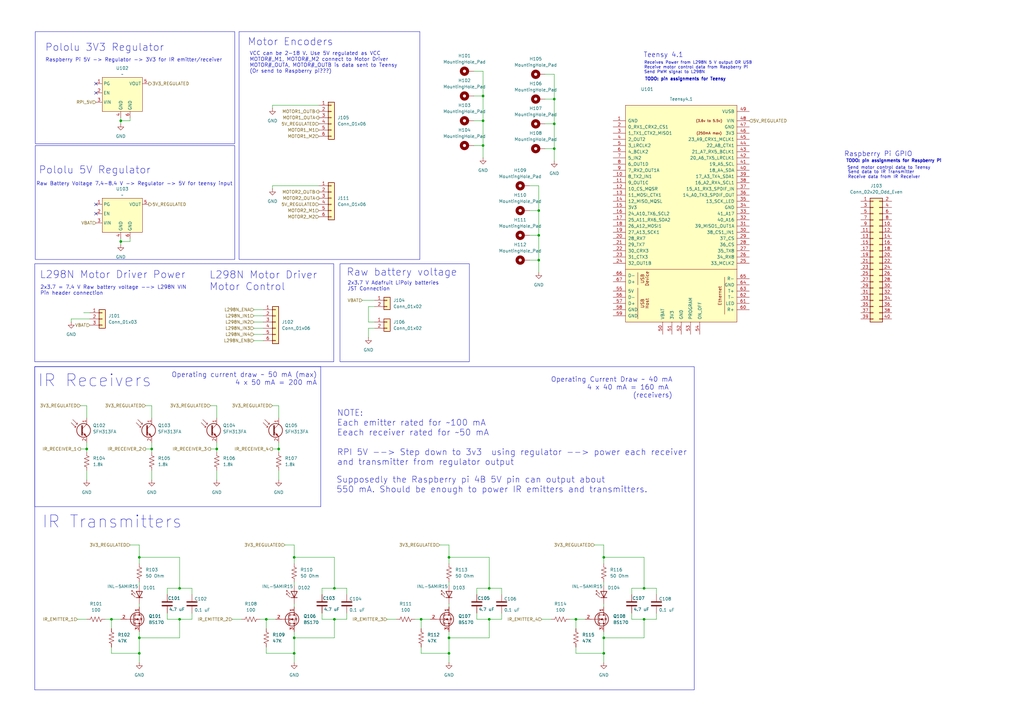
<source format=kicad_sch>
(kicad_sch (version 20231120) (generator "eeschema") (generator_version "8.0")
  (paper "A3")
  (junction (at 137.16 241.3))
  (junction (at 45.72 254))
  (junction (at 49.53 49.53))
  (junction (at 264.16 241.3))
  (junction (at 120.65 261.62))
  (junction (at 49.53 99.06))
  (junction (at 227.33 40.64))
  (junction (at 198.12 59.69))
  (junction (at 220.98 106.68))
  (junction (at 57.15 267.97))
  (junction (at 184.15 267.97))
  (junction (at 200.66 241.3))
  (junction (at 62.23 184.15))
  (junction (at 264.16 254))
  (junction (at 247.65 267.97))
  (junction (at 200.66 254))
  (junction (at 198.12 49.53))
  (junction (at 227.33 60.96))
  (junction (at 57.15 261.62))
  (junction (at 120.65 267.97))
  (junction (at 247.65 228.6))
  (junction (at 109.22 254))
  (junction (at 198.12 39.37))
  (junction (at 73.66 241.3))
  (junction (at 184.15 228.6))
  (junction (at 184.15 261.62))
  (junction (at 236.22 254))
  (junction (at 247.65 261.62))
  (junction (at 88.9 184.15))
  (junction (at 73.66 254))
  (junction (at 114.3 184.15))
  (junction (at 57.15 228.6))
  (junction (at 137.16 254))
  (junction (at 220.98 86.36))
  (junction (at 120.65 228.6))
  (junction (at 227.33 50.8))
  (junction (at 220.98 96.52))
  (junction (at 35.56 184.15))
  (junction (at 172.72 254))
  (no_connect (at 39.37 34.29))
  (no_connect (at 39.37 38.1))
  (no_connect (at 39.37 83.82))
  (no_connect (at 39.37 87.63))
  (wire (pts (xy 57.15 247.65) (xy 57.15 248.92)))
  (polyline (pts (xy 14.224 150.368) (xy 14.224 207.772)))
  (wire (pts (xy 236.22 254) (xy 240.03 254)))
  (wire (pts (xy 49.53 100.33) (xy 49.53 99.06)))
  (wire (pts (xy 78.74 254) (xy 73.66 254)))
  (wire (pts (xy 200.66 241.3) (xy 200.66 228.6)))
  (wire (pts (xy 57.15 223.52) (xy 57.15 228.6)))
  (wire (pts (xy 264.16 228.6) (xy 247.65 228.6)))
  (wire (pts (xy 172.72 254) (xy 176.53 254)))
  (wire (pts (xy 151.13 132.08) (xy 153.67 132.08)))
  (wire (pts (xy 184.15 247.65) (xy 184.15 248.92)))
  (wire (pts (xy 35.56 166.37) (xy 35.56 171.45)))
  (wire (pts (xy 114.3 166.37) (xy 114.3 171.45)))
  (wire (pts (xy 59.69 184.15) (xy 62.23 184.15)))
  (wire (pts (xy 142.24 241.3) (xy 142.24 243.84)))
  (wire (pts (xy 198.12 59.69) (xy 198.12 64.77)))
  (wire (pts (xy 120.65 238.76) (xy 120.65 240.03)))
  (wire (pts (xy 220.98 106.68) (xy 220.98 111.76)))
  (wire (pts (xy 184.15 259.08) (xy 184.15 261.62)))
  (wire (pts (xy 137.16 241.3) (xy 137.16 228.6)))
  (wire (pts (xy 73.66 241.3) (xy 78.74 241.3)))
  (wire (pts (xy 194.31 59.69) (xy 198.12 59.69)))
  (wire (pts (xy 86.36 166.37) (xy 88.9 166.37)))
  (wire (pts (xy 137.16 254) (xy 137.16 261.62)))
  (wire (pts (xy 88.9 196.85) (xy 88.9 193.04)))
  (wire (pts (xy 200.66 261.62) (xy 184.15 261.62)))
  (wire (pts (xy 200.66 228.6) (xy 184.15 228.6)))
  (wire (pts (xy 111.76 184.15) (xy 114.3 184.15)))
  (wire (pts (xy 62.23 181.61) (xy 62.23 184.15)))
  (wire (pts (xy 111.76 166.37) (xy 114.3 166.37)))
  (wire (pts (xy 220.98 76.2) (xy 220.98 86.36)))
  (wire (pts (xy 114.3 196.85) (xy 114.3 193.04)))
  (wire (pts (xy 184.15 223.52) (xy 184.15 228.6)))
  (wire (pts (xy 53.34 97.79) (xy 53.34 99.06)))
  (wire (pts (xy 107.95 132.08) (xy 104.14 132.08)))
  (wire (pts (xy 35.56 254) (xy 31.75 254)))
  (wire (pts (xy 35.56 181.61) (xy 35.56 184.15)))
  (wire (pts (xy 217.17 86.36) (xy 220.98 86.36)))
  (wire (pts (xy 137.16 254) (xy 132.08 254)))
  (wire (pts (xy 53.34 223.52) (xy 57.15 223.52)))
  (wire (pts (xy 259.08 254) (xy 259.08 251.46)))
  (wire (pts (xy 172.72 267.97) (xy 184.15 267.97)))
  (wire (pts (xy 45.72 254) (xy 49.53 254)))
  (wire (pts (xy 264.16 241.3) (xy 264.16 228.6)))
  (wire (pts (xy 184.15 228.6) (xy 184.15 231.14)))
  (wire (pts (xy 148.59 123.19) (xy 153.67 123.19)))
  (wire (pts (xy 34.29 128.27) (xy 36.83 128.27)))
  (wire (pts (xy 53.34 48.26) (xy 53.34 49.53)))
  (wire (pts (xy 114.3 181.61) (xy 114.3 184.15)))
  (wire (pts (xy 116.84 223.52) (xy 120.65 223.52)))
  (wire (pts (xy 223.52 50.8) (xy 227.33 50.8)))
  (polyline (pts (xy 131.572 150.368) (xy 131.572 207.772)))
  (wire (pts (xy 59.69 166.37) (xy 62.23 166.37)))
  (wire (pts (xy 194.31 49.53) (xy 198.12 49.53)))
  (wire (pts (xy 57.15 228.6) (xy 57.15 231.14)))
  (wire (pts (xy 45.72 267.97) (xy 57.15 267.97)))
  (wire (pts (xy 68.58 241.3) (xy 73.66 241.3)))
  (wire (pts (xy 57.15 238.76) (xy 57.15 240.03)))
  (wire (pts (xy 109.22 254) (xy 113.03 254)))
  (wire (pts (xy 29.21 130.81) (xy 36.83 130.81)))
  (wire (pts (xy 107.95 127) (xy 104.14 127)))
  (wire (pts (xy 29.21 132.08) (xy 29.21 130.81)))
  (wire (pts (xy 217.17 76.2) (xy 220.98 76.2)))
  (wire (pts (xy 200.66 254) (xy 195.58 254)))
  (wire (pts (xy 198.12 49.53) (xy 198.12 59.69)))
  (wire (pts (xy 73.66 254) (xy 73.66 261.62)))
  (wire (pts (xy 217.17 106.68) (xy 220.98 106.68)))
  (wire (pts (xy 184.15 261.62) (xy 184.15 267.97)))
  (wire (pts (xy 194.31 29.21) (xy 198.12 29.21)))
  (wire (pts (xy 137.16 241.3) (xy 142.24 241.3)))
  (wire (pts (xy 99.06 254) (xy 95.25 254)))
  (wire (pts (xy 78.74 251.46) (xy 78.74 254)))
  (wire (pts (xy 73.66 241.3) (xy 73.66 228.6)))
  (wire (pts (xy 247.65 261.62) (xy 247.65 267.97)))
  (wire (pts (xy 53.34 49.53) (xy 49.53 49.53)))
  (wire (pts (xy 205.74 241.3) (xy 205.74 243.84)))
  (wire (pts (xy 49.53 50.8) (xy 49.53 49.53)))
  (wire (pts (xy 243.84 223.52) (xy 247.65 223.52)))
  (wire (pts (xy 264.16 254) (xy 264.16 261.62)))
  (wire (pts (xy 57.15 261.62) (xy 57.15 267.97)))
  (wire (pts (xy 49.53 48.26) (xy 49.53 49.53)))
  (wire (pts (xy 198.12 39.37) (xy 198.12 49.53)))
  (wire (pts (xy 194.31 39.37) (xy 198.12 39.37)))
  (wire (pts (xy 35.56 184.15) (xy 35.56 185.42)))
  (wire (pts (xy 162.56 254) (xy 158.75 254)))
  (wire (pts (xy 78.74 241.3) (xy 78.74 243.84)))
  (wire (pts (xy 269.24 254) (xy 264.16 254)))
  (wire (pts (xy 53.34 99.06) (xy 49.53 99.06)))
  (wire (pts (xy 114.3 184.15) (xy 114.3 185.42)))
  (wire (pts (xy 62.23 196.85) (xy 62.23 193.04)))
  (wire (pts (xy 259.08 241.3) (xy 264.16 241.3)))
  (wire (pts (xy 107.95 134.62) (xy 104.14 134.62)))
  (wire (pts (xy 111.76 44.45) (xy 111.76 43.18)))
  (wire (pts (xy 88.9 166.37) (xy 88.9 171.45)))
  (wire (pts (xy 200.66 254) (xy 200.66 261.62)))
  (wire (pts (xy 195.58 241.3) (xy 200.66 241.3)))
  (wire (pts (xy 109.22 257.81) (xy 109.22 254)))
  (wire (pts (xy 184.15 267.97) (xy 184.15 271.78)))
  (wire (pts (xy 247.65 267.97) (xy 247.65 271.78)))
  (wire (pts (xy 172.72 257.81) (xy 172.72 254)))
  (wire (pts (xy 68.58 243.84) (xy 68.58 241.3)))
  (wire (pts (xy 227.33 30.48) (xy 227.33 40.64)))
  (wire (pts (xy 68.58 254) (xy 68.58 251.46)))
  (wire (pts (xy 217.17 96.52) (xy 220.98 96.52)))
  (wire (pts (xy 120.65 228.6) (xy 120.65 231.14)))
  (wire (pts (xy 233.68 254) (xy 236.22 254)))
  (wire (pts (xy 151.13 125.73) (xy 151.13 132.08)))
  (wire (pts (xy 45.72 257.81) (xy 45.72 254)))
  (wire (pts (xy 223.52 40.64) (xy 227.33 40.64)))
  (wire (pts (xy 107.95 137.16) (xy 104.14 137.16)))
  (wire (pts (xy 269.24 251.46) (xy 269.24 254)))
  (wire (pts (xy 62.23 166.37) (xy 62.23 171.45)))
  (wire (pts (xy 33.02 184.15) (xy 35.56 184.15)))
  (wire (pts (xy 107.95 129.54) (xy 104.14 129.54)))
  (wire (pts (xy 226.06 254) (xy 222.25 254)))
  (wire (pts (xy 170.18 254) (xy 172.72 254)))
  (wire (pts (xy 247.65 247.65) (xy 247.65 248.92)))
  (wire (pts (xy 107.95 139.7) (xy 104.14 139.7)))
  (wire (pts (xy 73.66 261.62) (xy 57.15 261.62)))
  (wire (pts (xy 132.08 243.84) (xy 132.08 241.3)))
  (wire (pts (xy 111.76 43.18) (xy 130.81 43.18)))
  (wire (pts (xy 120.65 267.97) (xy 120.65 271.78)))
  (wire (pts (xy 184.15 238.76) (xy 184.15 240.03)))
  (wire (pts (xy 137.16 228.6) (xy 120.65 228.6)))
  (wire (pts (xy 227.33 60.96) (xy 227.33 66.04)))
  (wire (pts (xy 142.24 251.46) (xy 142.24 254)))
  (wire (pts (xy 247.65 223.52) (xy 247.65 228.6)))
  (wire (pts (xy 73.66 228.6) (xy 57.15 228.6)))
  (wire (pts (xy 62.23 184.15) (xy 62.23 185.42)))
  (wire (pts (xy 86.36 184.15) (xy 88.9 184.15)))
  (wire (pts (xy 120.65 223.52) (xy 120.65 228.6)))
  (wire (pts (xy 227.33 40.64) (xy 227.33 50.8)))
  (wire (pts (xy 33.02 166.37) (xy 35.56 166.37)))
  (wire (pts (xy 151.13 134.62) (xy 153.67 134.62)))
  (wire (pts (xy 35.56 196.85) (xy 35.56 193.04)))
  (wire (pts (xy 45.72 265.43) (xy 45.72 267.97)))
  (wire (pts (xy 198.12 29.21) (xy 198.12 39.37)))
  (wire (pts (xy 236.22 257.81) (xy 236.22 254)))
  (wire (pts (xy 120.65 247.65) (xy 120.65 248.92)))
  (wire (pts (xy 43.18 254) (xy 45.72 254)))
  (wire (pts (xy 223.52 60.96) (xy 227.33 60.96)))
  (wire (pts (xy 57.15 267.97) (xy 57.15 271.78)))
  (wire (pts (xy 73.66 254) (xy 68.58 254)))
  (wire (pts (xy 88.9 184.15) (xy 88.9 185.42)))
  (wire (pts (xy 151.13 125.73) (xy 153.67 125.73)))
  (wire (pts (xy 227.33 50.8) (xy 227.33 60.96)))
  (wire (pts (xy 195.58 243.84) (xy 195.58 241.3)))
  (wire (pts (xy 247.65 238.76) (xy 247.65 240.03)))
  (wire (pts (xy 106.68 254) (xy 109.22 254)))
  (wire (pts (xy 205.74 254) (xy 200.66 254)))
  (wire (pts (xy 151.13 138.43) (xy 151.13 134.62)))
  (wire (pts (xy 109.22 267.97) (xy 120.65 267.97)))
  (wire (pts (xy 264.16 254) (xy 259.08 254)))
  (wire (pts (xy 120.65 261.62) (xy 120.65 267.97)))
  (wire (pts (xy 109.22 265.43) (xy 109.22 267.97)))
  (wire (pts (xy 172.72 265.43) (xy 172.72 267.97)))
  (wire (pts (xy 236.22 267.97) (xy 247.65 267.97)))
  (wire (pts (xy 49.53 97.79) (xy 49.53 99.06)))
  (wire (pts (xy 111.76 76.2) (xy 130.81 76.2)))
  (wire (pts (xy 111.76 77.47) (xy 111.76 76.2)))
  (wire (pts (xy 57.15 259.08) (xy 57.15 261.62)))
  (wire (pts (xy 132.08 254) (xy 132.08 251.46)))
  (wire (pts (xy 247.65 259.08) (xy 247.65 261.62)))
  (wire (pts (xy 195.58 254) (xy 195.58 251.46)))
  (wire (pts (xy 223.52 30.48) (xy 227.33 30.48)))
  (wire (pts (xy 259.08 243.84) (xy 259.08 241.3)))
  (wire (pts (xy 220.98 86.36) (xy 220.98 96.52)))
  (wire (pts (xy 264.16 241.3) (xy 269.24 241.3)))
  (polyline (pts (xy 131.572 207.772) (xy 14.224 207.772)))
  (wire (pts (xy 269.24 241.3) (xy 269.24 243.84)))
  (wire (pts (xy 236.22 265.43) (xy 236.22 267.97)))
  (wire (pts (xy 137.16 261.62) (xy 120.65 261.62)))
  (wire (pts (xy 220.98 96.52) (xy 220.98 106.68)))
  (wire (pts (xy 200.66 241.3) (xy 205.74 241.3)))
  (wire (pts (xy 180.34 223.52) (xy 184.15 223.52)))
  (wire (pts (xy 88.9 181.61) (xy 88.9 184.15)))
  (wire (pts (xy 247.65 228.6) (xy 247.65 231.14)))
  (wire (pts (xy 142.24 254) (xy 137.16 254)))
  (wire (pts (xy 132.08 241.3) (xy 137.16 241.3)))
  (polyline (pts (xy 14.224 150.368) (xy 131.572 150.368)))
  (wire (pts (xy 205.74 251.46) (xy 205.74 254)))
  (wire (pts (xy 264.16 261.62) (xy 247.65 261.62)))
  (wire (pts (xy 120.65 259.08) (xy 120.65 261.62)))
  (rectangle (start 14.478 12.954) (end 96.266 58.928))
  (rectangle (start 139.446 108.204) (end 192.532 148.336))
  (rectangle (start 14.224 108.204) (end 136.906 148.336))
  (rectangle (start 14.224 150.368) (end 284.734 282.956))
  (rectangle (start 14.478 59.69) (end 96.266 106.426))
  (rectangle (start 98.044 12.954) (end 172.212 106.426))
  (text "2x3.7 V Adafruit LiPoly batteries\nJST Connection" (at 142.494 117.348 0) (effects (font (size 1.5 1.5)) (justify left)))
  (text "Operating Current Draw ~ 40 mA\n4 x 40 mA = 160 mA \n(receivers)" (at 275.844 159.004 0) (effects (font (size 2 2)) (justify right)))
  (text "2x3.7 = 7.4 V Raw battery voltage --> L298N VIN\nPin header connection" (at 16.51 119.126 0) (effects (font (size 1.5 1.5)) (justify left)))
  (text "L298N Motor Driver\nMotor Control" (at 85.852 115.316 0) (effects (font (size 3 3)) (justify left)))
  (text "IR Receivers" (at 38.862 156.21 0) (effects (font (size 5 5))))
  (text "Pololu 5V Regulator" (at 38.862 69.85 0) (effects (font (size 3 3))))
  (text "TODO: pin assignments for Raspberry Pi" (at 346.964 66.04 0) (effects (font (size 1.27 1.27) (thickness 0.254) (bold yes)) (justify left)))
  (text "Operating current draw ~ 50 mA (max)\n4 x 50 mA = 200 mA" (at 130.048 155.448 0) (effects (font (size 2 2)) (justify right)))
  (text "Pololu 3V3 Regulator" (at 42.926 19.558 0) (effects (font (size 3 3))))
  (text "Motor Encoders" (at 119.126 17.272 0) (effects (font (size 3 3))))
  (text "Raw Battery Voltage 7.4-8.4 V -> Regulator -> 5V for teensy input" (at 55.118 75.438 0) (effects (font (size 1.5 1.5))))
  (text "IR Transmitters" (at 45.974 214.122 0) (effects (font (size 5 5))))
  (text "Raw battery voltage" (at 164.846 111.76 0) (effects (font (size 3 3))))
  (text "Send motor control data to Teensy" (at 347.472 68.834 0) (effects (font (size 1.27 1.27)) (justify left)))
  (text "Receive data from IR Receiver" (at 347.726 72.644 0) (effects (font (size 1.27 1.27)) (justify left)))
  (text "NOTE:\nEach emitter rated for ~100 mA \nEeach receiver rated for ~50 mA\n\nRPI 5V --> Step down to 3v3  using regulator --> power each receiver\nand transmitter from regulator output" (at 138.176 179.578 0) (effects (font (size 2.5 2.5)) (justify left)))
  (text "TODO: pin assignments for Teensy" (at 264.414 32.512 0) (effects (font (size 1.27 1.27) (thickness 0.254) (bold yes)) (justify left)))
  (text "Receives Power from L298N 5 V output OR USB\nReceive motor control data from Raspberry Pi\nSend PWM signal to L298N \n" (at 264.16 27.686 0) (effects (font (size 1.2 1.2)) (justify left)))
  (text "Raspberry Pi 5V -> Regulator -> 3V3 for IR emitter/receiver" (at 54.864 24.638 0) (effects (font (size 1.5 1.5))))
  (text "Teensy 4.1\n" (at 263.906 22.606 0) (effects (font (size 2 2)) (justify left)))
  (text "Send data to IR Transmitter\n" (at 347.726 70.612 0) (effects (font (size 1.27 1.27)) (justify left)))
  (text "VCC can be 2-18 V. Use 5V regulated as VCC\nMOTOR#_M1, MOTOR#_M2 connect to Motor Driver\nMOTOR#_OUTA, MOTOR#_OUTB is data sent to Teensy \n(Or send to Raspberry pi???)" (at 102.362 25.654 0) (effects (font (size 1.5 1.5)) (justify left)))
  (text "Raspberry Pi GPIO" (at 346.202 63.246 0) (effects (font (size 2 2)) (justify left)))
  (text "Supposedly the Raspberry pi 4B 5V pin can output about\n550 mA. Should be enough to power IR emitters and transmitters." (at 137.922 198.882 0) (effects (font (size 2.5 2.5)) (justify left)))
  (text "L298N Motor Driver Power" (at 16.256 112.776 0) (effects (font (size 3 3)) (justify left)))
  (hierarchical_label "3V3_REGULATED" (shape input) (at 116.84 223.52 180))
  (hierarchical_label "3V3_REGULATED" (shape input) (at 53.34 223.52 180))
  (hierarchical_label "MOTOR1_M1" (shape input) (at 130.81 53.34 180))
  (hierarchical_label "3V3_REGULATED" (shape input) (at 86.36 166.37 180))
  (hierarchical_label "VBAT" (shape input) (at 36.83 133.35 180))
  (hierarchical_label "RPI_5V" (shape input) (at 39.37 41.91 180))
  (hierarchical_label "3V3_REGULATED" (shape input) (at 243.84 223.52 180))
  (hierarchical_label "3V3_REGULATED" (shape output) (at 60.96 34.29 0))
  (hierarchical_label "IR_RECEIVER_4" (shape output) (at 111.76 184.15 180))
  (hierarchical_label "L298N_IN4" (shape input) (at 104.14 137.16 180))
  (hierarchical_label "MOTOR1_M2" (shape input) (at 130.81 55.88 180))
  (hierarchical_label "IR_RECEIVER_1" (shape output) (at 33.02 184.15 180))
  (hierarchical_label "VBAT" (shape input) (at 148.59 123.19 180))
  (hierarchical_label "5V_REGULATED" (shape input) (at 130.81 50.8 180))
  (hierarchical_label "3V3_REGULATED" (shape input) (at 180.34 223.52 180))
  (hierarchical_label "3V3_REGULATED" (shape input) (at 59.69 166.37 180))
  (hierarchical_label "3V3_REGULATED" (shape input) (at 33.02 166.37 180))
  (hierarchical_label "L298N_ENB" (shape input) (at 104.14 139.7 180))
  (hierarchical_label "5V_REGULATED" (shape input) (at 130.81 83.82 180))
  (hierarchical_label "L298N_IN2" (shape input) (at 104.14 132.08 180))
  (hierarchical_label "MOTOR1_OUTB" (shape output) (at 130.81 45.72 180))
  (hierarchical_label "IR_EMITTER_4" (shape input) (at 222.25 254 180))
  (hierarchical_label "MOTOR2_OUTA" (shape output) (at 130.81 81.28 180))
  (hierarchical_label "IR_EMITTER_1" (shape input) (at 31.75 254 180))
  (hierarchical_label "L298N_IN3" (shape input) (at 104.14 134.62 180))
  (hierarchical_label "5V_REGULATED" (shape output) (at 60.96 83.82 0))
  (hierarchical_label "MOTOR2_OUTB" (shape output) (at 130.81 78.74 180))
  (hierarchical_label "IR_RECEIVER_2" (shape output) (at 59.69 184.15 180))
  (hierarchical_label "MOTOR2_M2" (shape input) (at 130.81 88.9 180))
  (hierarchical_label "3V3_REGULATED" (shape input) (at 111.76 166.37 180))
  (hierarchical_label "IR_EMITTER_3" (shape input) (at 158.75 254 180))
  (hierarchical_label "IR_RECEIVER_3" (shape output) (at 86.36 184.15 180))
  (hierarchical_label "L298N_ENA" (shape input) (at 104.14 127 180))
  (hierarchical_label "MOTOR2_M1" (shape input) (at 130.81 86.36 180))
  (hierarchical_label "MOTOR1_OUTA" (shape output) (at 130.81 48.26 180))
  (hierarchical_label "L298N_IN1" (shape input) (at 104.14 129.54 180))
  (hierarchical_label "VBAT" (shape input) (at 39.37 91.44 180))
  (hierarchical_label "IR_EMITTER_2" (shape input) (at 95.25 254 180))
  (hierarchical_label "5V_REGULATED" (shape input) (at 307.34 49.53 0))
  (symbol (lib_id "Mechanical:MountingHole_Pad") (at 191.77 49.53 90) (unit 1) (exclude_from_sim yes) (in_bom no)
    (property "Reference" "H103" (at 190.5 43.18 90))
    (property "Value" "MountingHole_Pad" (at 190.5 45.72 90))
    (property "Footprint" "MountingHole:MountingHole_2.2mm_M2_DIN965_Pad" (effects (hide yes)))
    (property "Description" "Mounting Hole with connection" (effects (hide yes)))
  )
  (symbol (lib_id "Regulator_Pololu_D24V22FX:D24V22FX") (at 44.45 81.28 0) (unit 1)
    (property "Reference" "U103" (at 50.165 77.47 0))
    (property "Value" "~" (at 50.165 80.01 0))
    (property "Footprint" "Regulator_Pololu_D24V22FX:D24V22FX" (effects (hide yes)))
  )
  (symbol (lib_id "power:GND") (at 114.3 196.85 0) (unit 1)
    (property "Reference" "#PWR0107" (effects (hide yes)))
    (property "Value" "GND" (at 114.3 201.93 0))
    (property "Description" "Power symbol creates a global label with name \"GND\" , ground" (effects (hide yes)))
  )
  (symbol (lib_id "Device:C") (at 68.58 247.65 0) (unit 1)
    (property "Reference" "C101" (at 68.834 245.364 0) (effects (justify left)))
    (property "Value" "4.7 uF" (at 69.342 249.936 0) (effects (justify left)))
    (property "Footprint" "Capacitor_SMD:C_0805_2012Metric" (effects (hide yes)))
    (property "Description" "Unpolarized capacitor" (effects (hide yes)))
  )
  (symbol (lib_id "Sensor_Optical:SFH300") (at 111.76 176.53 0) (unit 1)
    (property "Reference" "Q105" (at 116.84 174.5106 0) (effects (justify left)))
    (property "Value" "SFH313FA" (at 116.84 177.0506 0) (effects (justify left)))
    (property "Footprint" "LED_THT:LED_D5.0mm_Clear" (effects (hide yes)))
    (property "Datasheet" "http://www.osram-os.com/Graphics/XPic2/00101785_0.pdf" (effects (hide yes)))
    (property "Description" "silicon NPN phototransistor" (effects (hide yes)))
  )
  (symbol (lib_id "Sensor_Optical:SFH300") (at 59.69 176.53 0) (unit 1)
    (property "Reference" "Q103" (at 64.77 174.5106 0) (effects (justify left)))
    (property "Value" "SFH313FA" (at 64.77 177.0506 0) (effects (justify left)))
    (property "Footprint" "LED_THT:LED_D5.0mm_Clear" (effects (hide yes)))
    (property "Datasheet" "http://www.osram-os.com/Graphics/XPic2/00101785_0.pdf" (effects (hide yes)))
    (property "Description" "silicon NPN phototransistor" (effects (hide yes)))
  )
  (symbol (lib_id "power:GND") (at 49.53 100.33 0) (unit 1)
    (property "Reference" "#PWR0112" (effects (hide yes)))
    (property "Value" "GND" (at 49.53 105.41 0))
    (property "Description" "Power symbol creates a global label with name \"GND\" , ground" (effects (hide yes)))
  )
  (symbol (lib_id "power:GND") (at 35.56 196.85 0) (unit 1)
    (property "Reference" "#PWR0104" (effects (hide yes)))
    (property "Value" "GND" (at 35.56 201.93 0))
    (property "Description" "Power symbol creates a global label with name \"GND\" , ground" (effects (hide yes)))
  )
  (symbol (lib_id "Transistor_FET:BS170") (at 118.11 254 0) (unit 1)
    (property "Reference" "Q106" (at 124.46 252.7299 0) (effects (justify left)))
    (property "Value" "BS170" (at 124.46 255.2699 0) (effects (justify left)))
    (property "Footprint" "Package_TO_SOT_THT:TO-92_Inline" (effects (hide yes)))
    (property "Datasheet" "https://www.onsemi.com/pub/Collateral/BS170-D.PDF" (effects (hide yes)))
    (property "Description" "0.5A Id, 60V Vds, N-Channel MOSFET, TO-92" (effects (hide yes)))
  )
  (symbol (lib_id "Mechanical:MountingHole_Pad") (at 214.63 76.2 90) (unit 1) (exclude_from_sim yes) (in_bom no)
    (property "Reference" "H109" (at 213.36 69.85 90))
    (property "Value" "MountingHole_Pad" (at 213.36 72.39 90))
    (property "Footprint" "MountingHole:MountingHole_3.2mm_M3_DIN965_Pad" (effects (hide yes)))
    (property "Description" "Mounting Hole with connection" (effects (hide yes)))
  )
  (symbol (lib_id "power:GND") (at 247.65 271.78 0) (unit 1)
    (property "Reference" "#PWR0110" (effects (hide yes)))
    (property "Value" "GND" (at 247.65 276.86 0))
    (property "Description" "Power symbol creates a global label with name \"GND\" , ground" (effects (hide yes)))
  )
  (symbol (lib_id "Device:R_US") (at 166.37 254 270) (unit 1)
    (property "Reference" "R111" (at 166.37 247.65 90))
    (property "Value" "100" (at 166.37 250.19 90))
    (property "Footprint" "Resistor_SMD:R_0805_2012Metric" (effects (hide yes)))
    (property "Description" "Resistor, US symbol" (effects (hide yes)))
  )
  (symbol (lib_id "Mechanical:MountingHole_Pad") (at 191.77 59.69 90) (unit 1) (exclude_from_sim yes) (in_bom no)
    (property "Reference" "H104" (at 190.5 53.34 90))
    (property "Value" "MountingHole_Pad" (at 190.5 55.88 90))
    (property "Footprint" "MountingHole:MountingHole_2.2mm_M2_DIN965_Pad" (effects (hide yes)))
    (property "Description" "Mounting Hole with connection" (effects (hide yes)))
  )
  (symbol (lib_id "power:GND") (at 198.12 64.77 0) (unit 1)
    (property "Reference" "#PWR0117" (effects (hide yes)))
    (property "Value" "GND" (at 198.12 69.85 0))
    (property "Description" "Power symbol creates a global label with name \"GND\" , ground" (effects (hide yes)))
  )
  (symbol (lib_id "Mechanical:MountingHole_Pad") (at 214.63 86.36 90) (unit 1) (exclude_from_sim yes) (in_bom no)
    (property "Reference" "H110" (at 213.36 80.01 90))
    (property "Value" "MountingHole_Pad" (at 213.36 82.55 90))
    (property "Footprint" "MountingHole:MountingHole_3.2mm_M3_DIN965_Pad" (effects (hide yes)))
    (property "Description" "Mounting Hole with connection" (effects (hide yes)))
  )
  (symbol (lib_id "Mechanical:MountingHole_Pad") (at 191.77 39.37 90) (unit 1) (exclude_from_sim yes) (in_bom no)
    (property "Reference" "H102" (at 190.5 33.02 90))
    (property "Value" "MountingHole_Pad" (at 190.5 35.56 90))
    (property "Footprint" "MountingHole:MountingHole_2.2mm_M2_DIN965_Pad" (effects (hide yes)))
    (property "Description" "Mounting Hole with connection" (effects (hide yes)))
  )
  (symbol (lib_id "Device:C") (at 259.08 247.65 0) (unit 1)
    (property "Reference" "C107" (at 259.334 245.364 0) (effects (justify left)))
    (property "Value" "4.7 uF" (at 259.842 249.936 0) (effects (justify left)))
    (property "Footprint" "Capacitor_SMD:C_0805_2012Metric" (effects (hide yes)))
    (property "Description" "Unpolarized capacitor" (effects (hide yes)))
  )
  (symbol (lib_id "Device:R_US") (at 62.23 189.23 0) (unit 1)
    (property "Reference" "R105" (at 64.77 187.9599 0) (effects (justify left)))
    (property "Value" "1.8k" (at 64.77 190.4999 0) (effects (justify left)))
    (property "Footprint" "Resistor_SMD:R_0805_2012Metric" (effects (hide yes)))
    (property "Description" "Resistor, US symbol" (effects (hide yes)))
  )
  (symbol (lib_id "Device:R_US") (at 247.65 234.95 0) (unit 1)
    (property "Reference" "R116" (at 250.19 233.6799 0) (effects (justify left)))
    (property "Value" "50 Ohm" (at 250.19 236.2199 0) (effects (justify left)))
    (property "Footprint" "Resistor_SMD:R_0805_2012Metric" (effects (hide yes)))
    (property "Description" "Resistor, US symbol" (effects (hide yes)))
  )
  (symbol (lib_id "power:GND") (at 111.76 44.45 0) (unit 1)
    (property "Reference" "#PWR0115" (effects (hide yes)))
    (property "Value" "GND" (at 111.76 49.53 0))
    (property "Description" "Power symbol creates a global label with name \"GND\" , ground" (effects (hide yes)))
  )
  (symbol (lib_id "Device:R_US") (at 109.22 261.62 0) (unit 1)
    (property "Reference" "R109" (at 111.76 260.3499 0) (effects (justify left)))
    (property "Value" "47K" (at 111.76 262.8899 0) (effects (justify left)))
    (property "Footprint" "Resistor_SMD:R_0805_2012Metric" (effects (hide yes)))
    (property "Description" "Resistor, US symbol" (effects (hide yes)))
  )
  (symbol (lib_id "Sensor_Optical:SFH300") (at 86.36 176.53 0) (unit 1)
    (property "Reference" "Q104" (at 91.44 174.5106 0) (effects (justify left)))
    (property "Value" "SFH313FA" (at 91.44 177.0506 0) (effects (justify left)))
    (property "Footprint" "LED_THT:LED_D5.0mm_Clear" (effects (hide yes)))
    (property "Datasheet" "http://www.osram-os.com/Graphics/XPic2/00101785_0.pdf" (effects (hide yes)))
    (property "Description" "silicon NPN phototransistor" (effects (hide yes)))
  )
  (symbol (lib_id "Device:C") (at 132.08 247.65 0) (unit 1)
    (property "Reference" "C103" (at 132.334 245.364 0) (effects (justify left)))
    (property "Value" "4.7 uF" (at 132.842 249.936 0) (effects (justify left)))
    (property "Footprint" "Capacitor_SMD:C_0805_2012Metric" (effects (hide yes)))
    (property "Description" "Unpolarized capacitor" (effects (hide yes)))
  )
  (symbol (lib_id "Device:R_US") (at 57.15 234.95 0) (unit 1)
    (property "Reference" "R103" (at 59.69 233.6799 0) (effects (justify left)))
    (property "Value" "50 Ohm" (at 59.69 236.2199 0) (effects (justify left)))
    (property "Footprint" "Resistor_SMD:R_0805_2012Metric" (effects (hide yes)))
    (property "Description" "Resistor, US symbol" (effects (hide yes)))
  )
  (symbol (lib_id "Device:R_US") (at 39.37 254 270) (unit 1)
    (property "Reference" "R101" (at 39.37 247.65 90))
    (property "Value" "100" (at 39.37 250.19 90))
    (property "Footprint" "Resistor_SMD:R_0805_2012Metric" (effects (hide yes)))
    (property "Description" "Resistor, US symbol" (effects (hide yes)))
  )
  (symbol (lib_id "Mechanical:MountingHole_Pad") (at 220.98 40.64 90) (unit 1) (exclude_from_sim yes) (in_bom no)
    (property "Reference" "H106" (at 219.71 34.29 90))
    (property "Value" "MountingHole_Pad" (at 219.71 36.83 90))
    (property "Footprint" "MountingHole:MountingHole_2.2mm_M2_DIN965_Pad" (effects (hide yes)))
    (property "Description" "Mounting Hole with connection" (effects (hide yes)))
  )
  (symbol (lib_id "Connector_Generic:Conn_02x20_Odd_Even") (at 358.14 105.41 0) (unit 1)
    (property "Reference" "J103" (at 359.41 76.2 0))
    (property "Value" "Conn_02x20_Odd_Even" (at 359.41 78.74 0))
    (property "Footprint" "Connector_PinHeader_2.54mm:PinHeader_2x20_P2.54mm_Vertical" (effects (hide yes)))
    (property "Description" "Generic connector, double row, 02x20, odd/even pin numbering scheme (row 1 odd numbers, row 2 even numbers), script generated (kicad-library-utils/schlib/autogen/connector/)" (effects (hide yes)))
  )
  (symbol (lib_id "Connector_Generic:Conn_01x03") (at 41.91 130.81 0) (unit 1)
    (property "Reference" "J101" (at 44.45 129.5399 0) (effects (justify left)))
    (property "Value" "Conn_01x03" (at 44.45 132.0799 0) (effects (justify left)))
    (property "Footprint" "Connector_PinHeader_2.54mm:PinHeader_1x03_P2.54mm_Vertical" (effects (hide yes)))
    (property "Description" "Generic connector, single row, 01x03, script generated (kicad-library-utils/schlib/autogen/connector/)" (effects (hide yes)))
  )
  (symbol (lib_id "Device:R_US") (at 35.56 189.23 0) (unit 1)
    (property "Reference" "R104" (at 38.1 187.9599 0) (effects (justify left)))
    (property "Value" "1.8k" (at 38.1 190.4999 0) (effects (justify left)))
    (property "Footprint" "Resistor_SMD:R_0805_2012Metric" (effects (hide yes)))
    (property "Description" "Resistor, US symbol" (effects (hide yes)))
  )
  (symbol (lib_id "power:GND") (at 62.23 196.85 0) (unit 1)
    (property "Reference" "#PWR0105" (effects (hide yes)))
    (property "Value" "GND" (at 62.23 201.93 0))
    (property "Description" "Power symbol creates a global label with name \"GND\" , ground" (effects (hide yes)))
  )
  (symbol (lib_id "LED:IR204A") (at 247.65 242.57 90) (unit 1)
    (property "Reference" "D104" (at 249.174 241.046 90) (effects (justify right)))
    (property "Value" "INL-5AMIR15" (at 234.442 240.538 90) (effects (justify right)))
    (property "Footprint" "LED_THT:LED_D3.0mm_IRBlack" (effects (hide yes)))
    (property "Datasheet" "http://www.everlight.com/file/ProductFile/IR204-A.pdf" (effects (hide yes)))
    (property "Description" "Infrared LED , 3mm LED package" (effects (hide yes)))
  )
  (symbol (lib_id "Mechanical:MountingHole_Pad") (at 220.98 50.8 90) (unit 1) (exclude_from_sim yes) (in_bom no)
    (property "Reference" "H107" (at 219.71 44.45 90))
    (property "Value" "MountingHole_Pad" (at 219.71 46.99 90))
    (property "Footprint" "MountingHole:MountingHole_2.2mm_M2_DIN965_Pad" (effects (hide yes)))
    (property "Description" "Mounting Hole with connection" (effects (hide yes)))
  )
  (symbol (lib_id "LED:IR204A") (at 120.65 242.57 90) (unit 1)
    (property "Reference" "D102" (at 122.174 241.046 90) (effects (justify right)))
    (property "Value" "INL-5AMIR15" (at 107.442 240.538 90) (effects (justify right)))
    (property "Footprint" "LED_THT:LED_D3.0mm_IRBlack" (effects (hide yes)))
    (property "Datasheet" "http://www.everlight.com/file/ProductFile/IR204-A.pdf" (effects (hide yes)))
    (property "Description" "Infrared LED , 3mm LED package" (effects (hide yes)))
  )
  (symbol (lib_id "power:GND") (at 220.98 111.76 0) (unit 1)
    (property "Reference" "#PWR0114" (effects (hide yes)))
    (property "Value" "GND" (at 220.98 116.84 0))
    (property "Description" "Power symbol creates a global label with name \"GND\" , ground" (effects (hide yes)))
  )
  (symbol (lib_id "Device:R_US") (at 88.9 189.23 0) (unit 1)
    (property "Reference" "R106" (at 91.44 187.9599 0) (effects (justify left)))
    (property "Value" "1.8k" (at 91.44 190.4999 0) (effects (justify left)))
    (property "Footprint" "Resistor_SMD:R_0805_2012Metric" (effects (hide yes)))
    (property "Description" "Resistor, US symbol" (effects (hide yes)))
  )
  (symbol (lib_id "Sensor_Optical:SFH300") (at 33.02 176.53 0) (unit 1)
    (property "Reference" "Q102" (at 38.1 174.5106 0) (effects (justify left)))
    (property "Value" "SFH313FA" (at 38.1 177.0506 0) (effects (justify left)))
    (property "Footprint" "LED_THT:LED_D5.0mm_Clear" (effects (hide yes)))
    (property "Datasheet" "http://www.osram-os.com/Graphics/XPic2/00101785_0.pdf" (effects (hide yes)))
    (property "Description" "silicon NPN phototransistor" (effects (hide yes)))
  )
  (symbol (lib_id "power:GND") (at 184.15 271.78 0) (unit 1)
    (property "Reference" "#PWR0109" (effects (hide yes)))
    (property "Value" "GND" (at 184.15 276.86 0))
    (property "Description" "Power symbol creates a global label with name \"GND\" , ground" (effects (hide yes)))
  )
  (symbol (lib_id "Device:R_US") (at 102.87 254 270) (unit 1)
    (property "Reference" "R108" (at 102.87 247.65 90))
    (property "Value" "100" (at 102.87 250.19 90))
    (property "Footprint" "Resistor_SMD:R_0805_2012Metric" (effects (hide yes)))
    (property "Description" "Resistor, US symbol" (effects (hide yes)))
  )
  (symbol (lib_id "power:GND") (at 227.33 66.04 0) (unit 1)
    (property "Reference" "#PWR0113" (effects (hide yes)))
    (property "Value" "GND" (at 227.33 71.12 0))
    (property "Description" "Power symbol creates a global label with name \"GND\" , ground" (effects (hide yes)))
  )
  (symbol (lib_id "MCU_TEENSY:Teensy4.1") (at 279.4 104.14 0) (unit 1)
    (property "Reference" "U101" (at 265.43 36.576 0))
    (property "Value" "Teensy4.1" (at 279.4 40.64 0))
    (property "Footprint" "MCU_TEENSY_Footprint:MODULE_DEV-16771" (effects (hide yes)))
    (property "Datasheet" "https://www.pjrc.com/store/teensy41.html" (effects (hide yes)))
    (property "Description" "ARM Cortex-M7 MCU, 7936K Flash, 1024K RAM, 600MHz" (effects (hide yes)))
  )
  (symbol (lib_id "power:GND") (at 111.76 77.47 0) (unit 1)
    (property "Reference" "#PWR0116" (effects (hide yes)))
    (property "Value" "GND" (at 111.76 82.55 0))
    (property "Description" "Power symbol creates a global label with name \"GND\" , ground" (effects (hide yes)))
  )
  (symbol (lib_id "power:GND") (at 57.15 271.78 0) (unit 1)
    (property "Reference" "#PWR0103" (effects (hide yes)))
    (property "Value" "GND" (at 57.15 276.86 0))
    (property "Description" "Power symbol creates a global label with name \"GND\" , ground" (effects (hide yes)))
  )
  (symbol (lib_id "Device:R_US") (at 114.3 189.23 0) (unit 1)
    (property "Reference" "R107" (at 116.84 187.9599 0) (effects (justify left)))
    (property "Value" "1.8k" (at 116.84 190.4999 0) (effects (justify left)))
    (property "Footprint" "Resistor_SMD:R_0805_2012Metric" (effects (hide yes)))
    (property "Description" "Resistor, US symbol" (effects (hide yes)))
  )
  (symbol (lib_id "power:GND") (at 49.53 50.8 0) (unit 1)
    (property "Reference" "#PWR0111" (effects (hide yes)))
    (property "Value" "GND" (at 49.53 55.88 0))
    (property "Description" "Power symbol creates a global label with name \"GND\" , ground" (effects (hide yes)))
  )
  (symbol (lib_id "LED:IR204A") (at 184.15 242.57 90) (unit 1)
    (property "Reference" "D103" (at 185.674 241.046 90) (effects (justify right)))
    (property "Value" "INL-5AMIR15" (at 170.942 240.538 90) (effects (justify right)))
    (property "Footprint" "LED_THT:LED_D3.0mm_IRBlack" (effects (hide yes)))
    (property "Datasheet" "http://www.everlight.com/file/ProductFile/IR204-A.pdf" (effects (hide yes)))
    (property "Description" "Infrared LED , 3mm LED package" (effects (hide yes)))
  )
  (symbol (lib_id "Mechanical:MountingHole_Pad") (at 220.98 60.96 90) (unit 1) (exclude_from_sim yes) (in_bom no)
    (property "Reference" "H108" (at 219.71 54.61 90))
    (property "Value" "MountingHole_Pad" (at 219.71 57.15 90))
    (property "Footprint" "MountingHole:MountingHole_2.2mm_M2_DIN965_Pad" (effects (hide yes)))
    (property "Description" "Mounting Hole with connection" (effects (hide yes)))
  )
  (symbol (lib_id "Transistor_FET:BS170") (at 54.61 254 0) (unit 1)
    (property "Reference" "Q101" (at 60.96 252.7299 0) (effects (justify left)))
    (property "Value" "BS170" (at 60.96 255.2699 0) (effects (justify left)))
    (property "Footprint" "Package_TO_SOT_THT:TO-92_Inline" (effects (hide yes)))
    (property "Datasheet" "https://www.onsemi.com/pub/Collateral/BS170-D.PDF" (effects (hide yes)))
    (property "Description" "0.5A Id, 60V Vds, N-Channel MOSFET, TO-92" (effects (hide yes)))
  )
  (symbol (lib_id "Device:C") (at 78.74 247.65 0) (unit 1)
    (property "Reference" "C102" (at 79.756 245.618 0) (effects (justify left)))
    (property "Value" "0.1 uF" (at 79.756 250.19 0) (effects (justify left)))
    (property "Footprint" "Capacitor_SMD:C_0805_2012Metric" (effects (hide yes)))
    (property "Description" "Unpolarized capacitor" (effects (hide yes)))
  )
  (symbol (lib_id "Mechanical:MountingHole_Pad") (at 191.77 29.21 90) (unit 1) (exclude_from_sim yes) (in_bom no)
    (property "Reference" "H101" (at 190.5 22.86 90))
    (property "Value" "MountingHole_Pad" (at 190.5 25.4 90))
    (property "Footprint" "MountingHole:MountingHole_2.2mm_M2_DIN965_Pad" (effects (hide yes)))
    (property "Description" "Mounting Hole with connection" (effects (hide yes)))
  )
  (symbol (lib_id "power:GND") (at 88.9 196.85 0) (unit 1)
    (property "Reference" "#PWR0106" (effects (hide yes)))
    (property "Value" "GND" (at 88.9 201.93 0))
    (property "Description" "Power symbol creates a global label with name \"GND\" , ground" (effects (hide yes)))
  )
  (symbol (lib_id "power:GND") (at 120.65 271.78 0) (unit 1)
    (property "Reference" "#PWR0108" (effects (hide yes)))
    (property "Value" "GND" (at 120.65 276.86 0))
    (property "Description" "Power symbol creates a global label with name \"GND\" , ground" (effects (hide yes)))
  )
  (symbol (lib_id "Transistor_FET:BS170") (at 245.11 254 0) (unit 1)
    (property "Reference" "Q108" (at 251.46 252.7299 0) (effects (justify left)))
    (property "Value" "BS170" (at 251.46 255.2699 0) (effects (justify left)))
    (property "Footprint" "Package_TO_SOT_THT:TO-92_Inline" (effects (hide yes)))
    (property "Datasheet" "https://www.onsemi.com/pub/Collateral/BS170-D.PDF" (effects (hide yes)))
    (property "Description" "0.5A Id, 60V Vds, N-Channel MOSFET, TO-92" (effects (hide yes)))
  )
  (symbol (lib_id "Connector_Generic:Conn_01x02") (at 158.75 132.08 0) (unit 1)
    (property "Reference" "J106" (at 161.29 132.0799 0) (effects (justify left)))
    (property "Value" "Conn_01x02" (at 161.29 134.6199 0) (effects (justify left)))
    (property "Footprint" "Connector_JST:JST_PH_B2B-PH-K_1x02_P2.00mm_Vertical" (effects (hide yes)))
    (property "Description" "Generic connector, single row, 01x02, script generated (kicad-library-utils/schlib/autogen/connector/)" (effects (hide yes)))
  )
  (symbol (lib_id "Connector_Generic:Conn_01x06") (at 113.03 132.08 0) (unit 1)
    (property "Reference" "J102" (at 115.57 132.0799 0) (effects (justify left)))
    (property "Value" "Conn_01x06" (at 115.57 134.6199 0) (effects (justify left)))
    (property "Footprint" "Connector_PinHeader_2.54mm:PinHeader_1x06_P2.54mm_Vertical" (effects (hide yes)))
    (property "Description" "Generic connector, single row, 01x06, script generated (kicad-library-utils/schlib/autogen/connector/)" (effects (hide yes)))
  )
  (symbol (lib_id "Connector_Generic:Conn_01x06") (at 135.89 48.26 0) (unit 1)
    (property "Reference" "J105" (at 138.43 48.2599 0) (effects (justify left)))
    (property "Value" "Conn_01x06" (at 138.43 50.7999 0) (effects (justify left)))
    (property "Footprint" "Connector_PinHeader_2.54mm:PinHeader_1x06_P2.54mm_Vertical" (effects (hide yes)))
    (property "Description" "Generic connector, single row, 01x06, script generated (kicad-library-utils/schlib/autogen/connector/)" (effects (hide yes)))
  )
  (symbol (lib_id "Device:R_US") (at 184.15 234.95 0) (unit 1)
    (property "Reference" "R113" (at 186.69 233.6799 0) (effects (justify left)))
    (property "Value" "50 Ohm" (at 186.69 236.2199 0) (effects (justify left)))
    (property "Footprint" "Resistor_SMD:R_0805_2012Metric" (effects (hide yes)))
    (property "Description" "Resistor, US symbol" (effects (hide yes)))
  )
  (symbol (lib_id "Device:R_US") (at 236.22 261.62 0) (unit 1)
    (property "Reference" "R115" (at 238.76 260.3499 0) (effects (justify left)))
    (property "Value" "47K" (at 238.76 262.8899 0) (effects (justify left)))
    (property "Footprint" "Resistor_SMD:R_0805_2012Metric" (effects (hide yes)))
    (property "Description" "Resistor, US symbol" (effects (hide yes)))
  )
  (symbol (lib_id "Connector_Generic:Conn_01x06") (at 135.89 81.28 0) (unit 1)
    (property "Reference" "J111" (at 138.43 81.2799 0) (effects (justify left)))
    (property "Value" "Conn_01x06" (at 138.43 83.8199 0) (effects (justify left)))
    (property "Footprint" "Connector_PinHeader_2.54mm:PinHeader_1x06_P2.54mm_Vertical" (effects (hide yes)))
    (property "Description" "Generic connector, single row, 01x06, script generated (kicad-library-utils/schlib/autogen/connector/)" (effects (hide yes)))
  )
  (symbol (lib_id "Mechanical:MountingHole_Pad") (at 214.63 106.68 90) (unit 1) (exclude_from_sim yes) (in_bom no)
    (property "Reference" "H112" (at 213.36 100.33 90))
    (property "Value" "MountingHole_Pad" (at 213.36 102.87 90))
    (property "Footprint" "MountingHole:MountingHole_3.2mm_M3_DIN965_Pad" (effects (hide yes)))
    (property "Description" "Mounting Hole with connection" (effects (hide yes)))
  )
  (symbol (lib_id "LED:IR204A") (at 57.15 242.57 90) (unit 1)
    (property "Reference" "D101" (at 58.674 241.046 90) (effects (justify right)))
    (property "Value" "INL-5AMIR15" (at 43.942 240.538 90) (effects (justify right)))
    (property "Footprint" "LED_THT:LED_D3.0mm_IRBlack" (effects (hide yes)))
    (property "Datasheet" "http://www.everlight.com/file/ProductFile/IR204-A.pdf" (effects (hide yes)))
    (property "Description" "Infrared LED , 3mm LED package" (effects (hide yes)))
  )
  (symbol (lib_id "Device:C") (at 142.24 247.65 0) (unit 1)
    (property "Reference" "C104" (at 143.256 245.618 0) (effects (justify left)))
    (property "Value" "0.1 uF" (at 143.256 250.19 0) (effects (justify left)))
    (property "Footprint" "Capacitor_SMD:C_0805_2012Metric" (effects (hide yes)))
    (property "Description" "Unpolarized capacitor" (effects (hide yes)))
  )
  (symbol (lib_id "Device:R_US") (at 120.65 234.95 0) (unit 1)
    (property "Reference" "R110" (at 123.19 233.6799 0) (effects (justify left)))
    (property "Value" "50 Ohm" (at 123.19 236.2199 0) (effects (justify left)))
    (property "Footprint" "Resistor_SMD:R_0805_2012Metric" (effects (hide yes)))
    (property "Description" "Resistor, US symbol" (effects (hide yes)))
  )
  (symbol (lib_id "power:GND") (at 29.21 132.08 0) (unit 1)
    (property "Reference" "#PWR0101" (effects (hide yes)))
    (property "Value" "GND" (at 29.21 137.16 0))
    (property "Description" "Power symbol creates a global label with name \"GND\" , ground" (effects (hide yes)))
  )
  (symbol (lib_id "Regulator_Pololu_D24V22FX:D24V22FX") (at 44.45 31.75 0) (unit 1)
    (property "Reference" "U102" (at 50.165 27.94 0))
    (property "Value" "~" (at 50.165 30.48 0))
    (property "Footprint" "Regulator_Pololu_D24V22FX:D24V22FX" (effects (hide yes)))
  )
  (symbol (lib_id "Device:C") (at 269.24 247.65 0) (unit 1)
    (property "Reference" "C108" (at 270.256 245.618 0) (effects (justify left)))
    (property "Value" "0.1 uF" (at 270.256 250.19 0) (effects (justify left)))
    (property "Footprint" "Capacitor_SMD:C_0805_2012Metric" (effects (hide yes)))
    (property "Description" "Unpolarized capacitor" (effects (hide yes)))
  )
  (symbol (lib_id "Device:R_US") (at 172.72 261.62 0) (unit 1)
    (property "Reference" "R112" (at 175.26 260.3499 0) (effects (justify left)))
    (property "Value" "47K" (at 175.26 262.8899 0) (effects (justify left)))
    (property "Footprint" "Resistor_SMD:R_0805_2012Metric" (effects (hide yes)))
    (property "Description" "Resistor, US symbol" (effects (hide yes)))
  )
  (symbol (lib_id "Device:R_US") (at 229.87 254 270) (unit 1)
    (property "Reference" "R114" (at 229.87 247.65 90))
    (property "Value" "100" (at 229.87 250.19 90))
    (property "Footprint" "Resistor_SMD:R_0805_2012Metric" (effects (hide yes)))
    (property "Description" "Resistor, US symbol" (effects (hide yes)))
  )
  (symbol (lib_id "Transistor_FET:BS170") (at 181.61 254 0) (unit 1)
    (property "Reference" "Q107" (at 187.96 252.7299 0) (effects (justify left)))
    (property "Value" "BS170" (at 187.96 255.2699 0) (effects (justify left)))
    (property "Footprint" "Package_TO_SOT_THT:TO-92_Inline" (effects (hide yes)))
    (property "Datasheet" "https://www.onsemi.com/pub/Collateral/BS170-D.PDF" (effects (hide yes)))
    (property "Description" "0.5A Id, 60V Vds, N-Channel MOSFET, TO-92" (effects (hide yes)))
  )
  (symbol (lib_id "Connector_Generic:Conn_01x02") (at 158.75 123.19 0) (unit 1)
    (property "Reference" "J104" (at 161.29 123.1899 0) (effects (justify left)))
    (property "Value" "Conn_01x02" (at 161.29 125.7299 0) (effects (justify left)))
    (property "Footprint" "Connector_JST:JST_PH_B2B-PH-K_1x02_P2.00mm_Vertical" (effects (hide yes)))
    (property "Description" "Generic connector, single row, 01x02, script generated (kicad-library-utils/schlib/autogen/connector/)" (effects (hide yes)))
  )
  (symbol (lib_id "Device:C") (at 195.58 247.65 0) (unit 1)
    (property "Reference" "C105" (at 195.834 245.364 0) (effects (justify left)))
    (property "Value" "4.7 uF" (at 196.342 249.936 0) (effects (justify left)))
    (property "Footprint" "Capacitor_SMD:C_0805_2012Metric" (effects (hide yes)))
    (property "Description" "Unpolarized capacitor" (effects (hide yes)))
  )
  (symbol (lib_id "Device:R_US") (at 45.72 261.62 0) (unit 1)
    (property "Reference" "R102" (at 48.26 260.3499 0) (effects (justify left)))
    (property "Value" "47K" (at 48.26 262.8899 0) (effects (justify left)))
    (property "Footprint" "Resistor_SMD:R_0805_2012Metric" (effects (hide yes)))
    (property "Description" "Resistor, US symbol" (effects (hide yes)))
  )
  (symbol (lib_id "Mechanical:MountingHole_Pad") (at 214.63 96.52 90) (unit 1) (exclude_from_sim yes) (in_bom no)
    (property "Reference" "H111" (at 213.36 90.17 90))
    (property "Value" "MountingHole_Pad" (at 213.36 92.71 90))
    (property "Footprint" "MountingHole:MountingHole_3.2mm_M3_DIN965_Pad" (effects (hide yes)))
    (property "Description" "Mounting Hole with connection" (effects (hide yes)))
  )
  (symbol (lib_id "Mechanical:MountingHole_Pad") (at 220.98 30.48 90) (unit 1) (exclude_from_sim yes) (in_bom no)
    (property "Reference" "H105" (at 219.71 24.13 90))
    (property "Value" "MountingHole_Pad" (at 219.71 26.67 90))
    (property "Footprint" "MountingHole:MountingHole_2.2mm_M2_DIN965_Pad" (effects (hide yes)))
    (property "Description" "Mounting Hole with connection" (effects (hide yes)))
  )
  (symbol (lib_id "power:GND") (at 151.13 138.43 0) (unit 1)
    (property "Reference" "#PWR0102" (effects (hide yes)))
    (property "Value" "GND" (at 151.13 143.51 0))
    (property "Description" "Power symbol creates a global label with name \"GND\" , ground" (effects (hide yes)))
  )
  (symbol (lib_id "Device:C") (at 205.74 247.65 0) (unit 1)
    (property "Reference" "C106" (at 206.756 245.618 0) (effects (justify left)))
    (property "Value" "0.1 uF" (at 206.756 250.19 0) (effects (justify left)))
    (property "Footprint" "Capacitor_SMD:C_0805_2012Metric" (effects (hide yes)))
    (property "Description" "Unpolarized capacitor" (effects (hide yes)))
  )
)
</source>
